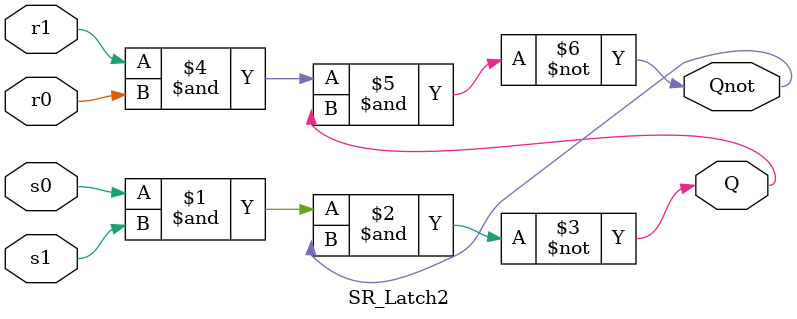
<source format=v>
/***********************************************************************
*** ECE526L Experiment #3 				  Garen Nikoyan, Spring 2018 ***
*** Hierarchical Modeling				                             ***
************************************************************************
*** Filename: SR_Latch2.v 	   Created by: Garen Nikoyan, 2/15/2018  ***
*** -Revision History                      							 ***
***    2/15/2018: First draft                                        ***
************************************************************************
*** This module models a SR Latch using primitive gates              ***
*** The gates of the flip flop have different input delays,          ***
*** as well as fanout delays:   		                             ***
*** FO1 = 0.5ns; FO2 = 0.8ns; FO3 = 1.0ns; Primary Output = 4ns      ***
*** 1 input gates = IN1 = 1ns                                        ***
*** 2 input gates = IN2 = 2ns                                        ***
*** 3 input gates = IN3 = 3ns                            		     ***
***                                                                  ***
***      									                         ***
************************************************************************/

`timescale 1 ns / 100 ps

module SR_Latch2(Q, Qnot, s0, s1, r0, r1);
	// using parameter allows us to easily change these time delays when we call the module
	parameter 	NAND1_IN = 3, 	// 3 ns delay for 3 input gate
			NAND1_FO = 0.5,	// 0.5 ns delay, for fanout 1 delay 
			NAND2_IN = 3,
			NAND2_FO = 0.5;
				
	output Q, Qnot;
	input s0, s1, r0, r1;
	
	wire s0,s1,r0,r1;
	wire Q, Qnot;
	
	nand #(NAND1_IN + NAND1_FO) NAND1(Q,s0,s1,Qnot);
	nand #(NAND2_IN + NAND2_FO) NAND2(Qnot,r1,r0,Q);
	
endmodule 

</source>
